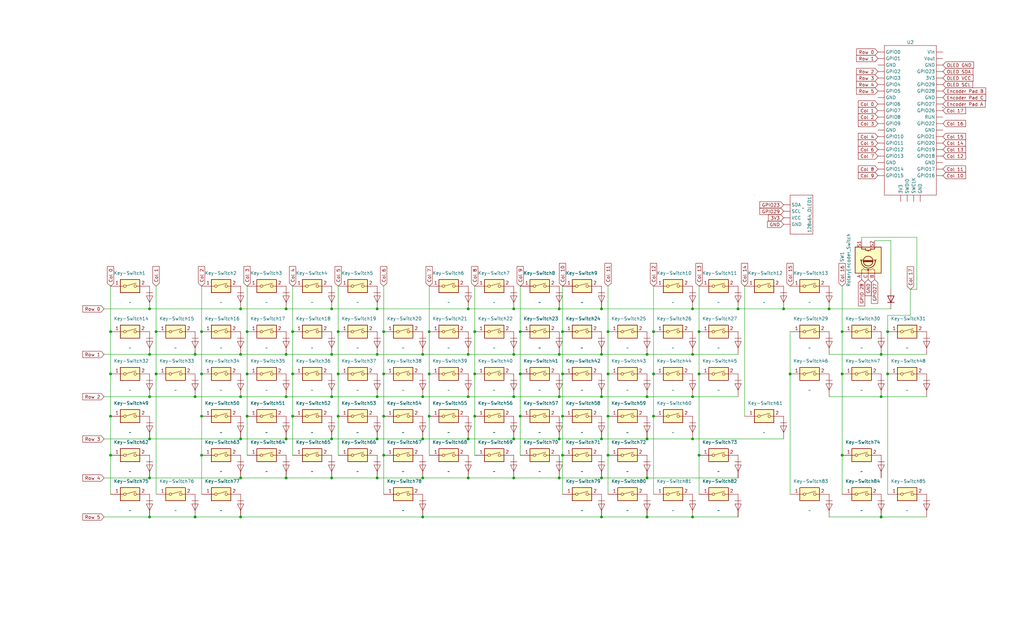
<source format=kicad_sch>
(kicad_sch (version 20230121) (generator eeschema)
  (paper "User" 399.999 250.012)
  (title_block (title "TECOLED") (date "1/11/2024") (rev "v1.0"))
  (lib_symbols
    (symbol "Device:RotaryEncoder_Switch" (pin_names (offset 0.254) hide)
      (property "Reference" "SW" (at 0 6.604 0))
      (property "Value" "RotaryEncoder_Switch" (at 0 -6.604 0))
      (symbol "RotaryEncoder_Switch_0_1"
        (rectangle (start -5.08 5.08) (end 5.08 -5.08) (stroke (width 0.254)) (fill (type background)))
        (circle (center -3.81 0) (radius 0.254) (fill (type outline)))
        (circle (center -0.381 0) (radius 1.905) (stroke (width 0.254)))
        (arc (start -0.381 2.667) (mid -3.0988 -0.0635) (end -0.381 -2.794) (stroke (width 0.254)))
        (polyline (pts (xy -0.635 -1.778) (xy -0.635 1.778)) (stroke (width 0.254)))
        (polyline (pts (xy -0.381 -1.778) (xy -0.381 1.778)) (stroke (width 0.254)))
        (polyline (pts (xy -0.127 1.778) (xy -0.127 -1.778)) (stroke (width 0.254)))
        (polyline (pts (xy 3.81 0) (xy 3.429 0)) (stroke (width 0.254)))
        (polyline (pts (xy 3.81 1.016) (xy 3.81 -1.016)) (stroke (width 0.254)))
        (polyline (pts (xy -5.08 -2.54) (xy -3.81 -2.54) (xy -3.81 -2.032)))
        (polyline (pts (xy -5.08 2.54) (xy -3.81 2.54) (xy -3.81 2.032)))
        (polyline (pts (xy 0.254 -3.048) (xy -0.508 -2.794) (xy 0.127 -2.413)) (stroke (width 0.254)))
        (polyline (pts (xy 0.254 2.921) (xy -0.508 2.667) (xy 0.127 2.286)) (stroke (width 0.254)))
        (polyline (pts (xy 5.08 -2.54) (xy 4.318 -2.54) (xy 4.318 -1.016)) (stroke (width 0.254)))
        (polyline (pts (xy 5.08 2.54) (xy 4.318 2.54) (xy 4.318 1.016)) (stroke (width 0.254)))
        (polyline (pts (xy -5.08 0) (xy -3.81 0) (xy -3.81 -1.016) (xy -3.302 -2.032)))
        (polyline (pts (xy -4.318 0) (xy -3.81 0) (xy -3.81 1.016) (xy -3.302 2.032)))
        (circle (center 4.318 -1.016) (radius 0.127) (stroke (width 0.254)))
        (circle (center 4.318 1.016) (radius 0.127) (stroke (width 0.254)))
      )
      (symbol "RotaryEncoder_Switch_1_1"
        (pin passive line (at -7.62 2.54 0) (length 2.54) (name "A") (number "A"))
        (pin passive line (at -7.62 -2.54 0) (length 2.54) (name "B") (number "B"))
        (pin passive line (at -7.62 0 0) (length 2.54) (name "C") (number "C"))
        (pin passive line (at 7.62 2.54 180) (length 2.54) (name "S1") (number "S1"))
        (pin passive line (at 7.62 -2.54 180) (length 2.54) (name "S2") (number "S2"))
      )
    )
    (symbol "Diode:1N4148" (pin_numbers hide) (pin_names hide)
      (property "Reference" "D" (at 0 2.54 0))
      (property "Value" "1N4148" (at 0 -2.54 0))
      (symbol "1N4148_0_1"
        (polyline (pts (xy -1.27 1.27) (xy -1.27 -1.27)) (stroke (width 0.254)))
        (polyline (pts (xy 1.27 0) (xy -1.27 0)))
        (polyline (pts (xy 1.27 1.27) (xy 1.27 -1.27) (xy -1.27 0) (xy 1.27 1.27)) (stroke (width 0.254)))
      )
      (symbol "1N4148_1_1"
        (pin passive line (at -3.81 0 0) (length 2.54) (name "K") (number "1"))
        (pin passive line (at 3.81 0 180) (length 2.54) (name "A") (number "2"))
      )
    )
    (symbol "Display_Graphic:128x64_oled"
      (property "Reference" "128x64_OLED" (at -6.35 0 90))
      (symbol "128x64_oled_1_1"
        (rectangle (start -8.89 -7.62) (end 0 7.62))
        (rectangle (start 13.97 7.62) (end 13.97 7.62))
        (pin passive line (at 2.54 -3.81 180) (length 2.54) (name "GND") (number ""))
        (pin bidirectional line (at 2.54 1.27 180) (length 2.54) (name "SCL") (number ""))
        (pin bidirectional line (at 2.54 3.81 180) (length 2.54) (name "SDA") (number ""))
        (pin power_in line (at 2.54 -1.27 180) (length 2.54) (name "VCC") (number ""))
      )
    )
    (symbol "MCU_RaspberryPi:rp2040v2"
      (property "Reference" "U" (at -7.62 0 0))
      (symbol "rp2040v2_0_1"
        (rectangle (start -30.48 24.13) (end -10.16 -34.29))
      )
      (symbol "rp2040v2_1_1"
        (pin passive line (at -24.13 -36.83 90) (length 2.54) (name "3V3") (number ""))
        (pin passive line (at -7.62 11.43 180) (length 2.54) (name "3V3") (number ""))
        (pin passive line (at -33.02 -21.59 0) (length 2.54) (name "GND") (number ""))
        (pin passive line (at -33.02 -8.89 0) (length 2.54) (name "GND") (number ""))
        (pin passive line (at -33.02 3.81 0) (length 2.54) (name "GND") (number ""))
        (pin passive line (at -33.02 16.51 0) (length 2.54) (name "GND") (number ""))
        (pin passive line (at -16.51 -36.83 90) (length 2.54) (name "GND") (number ""))
        (pin passive line (at -7.62 -21.59 180) (length 2.54) (name "GND") (number ""))
        (pin passive line (at -7.62 -8.89 180) (length 2.54) (name "GND") (number ""))
        (pin passive line (at -7.62 3.81 180) (length 2.54) (name "GND") (number ""))
        (pin passive line (at -7.62 16.51 180) (length 2.54) (name "GND") (number ""))
        (pin passive line (at -33.02 21.59 0) (length 2.54) (name "GPIO0") (number ""))
        (pin passive line (at -33.02 19.05 0) (length 2.54) (name "GPIO1") (number ""))
        (pin passive line (at -33.02 -11.43 0) (length 2.54) (name "GPIO10") (number ""))
        (pin passive line (at -33.02 -13.97 0) (length 2.54) (name "GPIO11") (number ""))
        (pin passive line (at -33.02 -16.51 0) (length 2.54) (name "GPIO12") (number ""))
        (pin passive line (at -33.02 -19.05 0) (length 2.54) (name "GPIO13") (number ""))
        (pin passive line (at -33.02 -24.13 0) (length 2.54) (name "GPIO14") (number ""))
        (pin passive line (at -33.02 -26.67 0) (length 2.54) (name "GPIO15") (number ""))
        (pin passive line (at -7.62 -26.67 180) (length 2.54) (name "GPIO16") (number ""))
        (pin passive line (at -7.62 -24.13 180) (length 2.54) (name "GPIO17") (number ""))
        (pin passive line (at -7.62 -19.05 180) (length 2.54) (name "GPIO18") (number ""))
        (pin passive line (at -7.62 -16.51 180) (length 2.54) (name "GPIO19") (number ""))
        (pin passive line (at -33.02 13.97 0) (length 2.54) (name "GPIO2") (number ""))
        (pin passive line (at -7.62 -13.97 180) (length 2.54) (name "GPIO20") (number ""))
        (pin passive line (at -7.62 -11.43 180) (length 2.54) (name "GPIO21") (number ""))
        (pin passive line (at -7.62 -6.35 180) (length 2.54) (name "GPIO22") (number ""))
        (pin passive line (at -7.62 13.97 180) (length 2.54) (name "GPIO23") (number ""))
        (pin passive line (at -7.62 -1.27 180) (length 2.54) (name "GPIO26") (number ""))
        (pin passive line (at -7.62 1.27 180) (length 2.54) (name "GPIO27") (number ""))
        (pin passive line (at -7.62 6.35 180) (length 2.54) (name "GPIO28") (number ""))
        (pin passive line (at -7.62 8.89 180) (length 2.54) (name "GPIO29") (number ""))
        (pin passive line (at -33.02 11.43 0) (length 2.54) (name "GPIO3") (number ""))
        (pin passive line (at -33.02 8.89 0) (length 2.54) (name "GPIO4") (number ""))
        (pin passive line (at -33.02 6.35 0) (length 2.54) (name "GPIO5") (number ""))
        (pin passive line (at -33.02 1.27 0) (length 2.54) (name "GPIO6") (number ""))
        (pin passive line (at -33.02 -1.27 0) (length 2.54) (name "GPIO7") (number ""))
        (pin passive line (at -33.02 -3.81 0) (length 2.54) (name "GPIO8") (number ""))
        (pin passive line (at -33.02 -6.35 0) (length 2.54) (name "GPIO9") (number ""))
        (pin passive line (at -7.62 -3.81 180) (length 2.54) (name "RUN") (number ""))
        (pin passive line (at -19.05 -36.83 90) (length 2.54) (name "SWCLK") (number ""))
        (pin passive line (at -21.59 -36.83 90) (length 2.54) (name "SWDID") (number ""))
        (pin passive line (at -7.62 21.59 180) (length 2.54) (name "Vin") (number ""))
        (pin passive line (at -7.62 19.05 180) (length 2.54) (name "Vout") (number ""))
      )
    )
    (symbol "Simulation_SPICE:Key-Switch"
      (property "Reference" "Key-Switch" (at 0 2.54 0))
      (symbol "Key-Switch_0_0"
        (circle (center -2.032 -2.54) (radius 0.508))
        (polyline (pts (xy -1.524 -2.413) (xy 2.3622 -1.3716)))
        (circle (center 2.032 -2.54) (radius 0.508))
      )
      (symbol "Key-Switch_0_1"
        (rectangle (start -3.81 0) (end 3.81 -5.08) (stroke (width 0.254)) (fill (type background)))
        (polyline (pts (xy 7.62 -2.54) (xy 2.54 -2.54) (xy 7.62 -2.54)))
        (polyline (pts (xy 7.62 -2.54) (xy 7.62 -8.89) (xy 6.35 -6.35) (xy 8.89 -6.35) (xy 7.62 -8.89) (xy 7.62 -6.35) (xy 7.62 -5.08) (xy 6.35 -5.08) (xy 8.89 -5.08)))
      )
      (symbol "Key-Switch_1_1"
        (text "1" (at -5.08 -1.27 0) (effects (font (size 1.27 1.27))))
        (text "2" (at 5.08 -1.27 0) (effects (font (size 1.27 1.27))))
        (pin passive line (at 7.62 -11.43 90) (length 2.54) (name "") (number ""))
        (pin passive line (at -7.62 -2.54 0) (length 5.08) (name "~") (number ""))
      )
    )
  )
  (junction (at 237.49 146.05))
  (junction (at 323.85 120.65))
  (junction (at 114.3 129.54))
  (junction (at 132.08 129.54))
  (junction (at 58.42 186.69))
  (junction (at 234.95 201.93))
  (junction (at 60.96 129.54))
  (junction (at 185.42 146.05))
  (junction (at 111.76 171.45))
  (junction (at 234.95 138.43))
  (junction (at 200.66 120.65))
  (junction (at 93.98 154.94))
  (junction (at 114.3 162.56))
  (junction (at 93.98 171.45))
  (junction (at 149.86 146.05))
  (junction (at 60.96 146.05))
  (junction (at 76.2 154.94))
  (junction (at 149.86 177.8))
  (junction (at 185.42 129.54))
  (junction (at 308.61 146.05))
  (junction (at 111.76 120.65))
  (junction (at 252.73 154.94))
  (junction (at 219.71 162.56))
  (junction (at 58.42 201.93))
  (junction (at 346.71 129.54))
  (junction (at 167.64 146.05))
  (junction (at 111.76 186.69))
  (junction (at 328.93 129.54))
  (junction (at 344.17 201.93))
  (junction (at 200.66 154.94))
  (junction (at 200.66 138.43))
  (junction (at 252.73 171.45))
  (junction (at 234.95 154.94))
  (junction (at 288.29 120.65))
  (junction (at 344.17 138.43))
  (junction (at 270.51 138.43))
  (junction (at 234.95 171.45))
  (junction (at 58.42 138.43))
  (junction (at 273.05 146.05))
  (junction (at 182.88 186.69))
  (junction (at 132.08 162.56))
  (junction (at 78.74 162.56))
  (junction (at 270.51 154.94))
  (junction (at 165.1 138.43))
  (junction (at 218.44 154.94))
  (junction (at 182.88 154.94))
  (junction (at 219.71 129.54))
  (junction (at 219.71 146.05))
  (junction (at 182.88 138.43))
  (junction (at 43.18 162.56))
  (junction (at 129.54 171.45))
  (junction (at 149.86 162.56))
  (junction (at 200.66 171.45))
  (junction (at 234.95 120.65))
  (junction (at 78.74 129.54))
  (junction (at 200.66 186.69))
  (junction (at 255.27 146.05))
  (junction (at 182.88 120.65))
  (junction (at 218.44 186.69))
  (junction (at 96.52 146.05))
  (junction (at 218.44 171.45))
  (junction (at 111.76 138.43))
  (junction (at 43.18 177.8))
  (junction (at 96.52 162.56))
  (junction (at 306.07 120.65))
  (junction (at 76.2 201.93))
  (junction (at 165.1 154.94))
  (junction (at 344.17 154.94))
  (junction (at 129.54 154.94))
  (junction (at 182.88 171.45))
  (junction (at 328.93 146.05))
  (junction (at 43.18 146.05))
  (junction (at 132.08 146.05))
  (junction (at 147.32 186.69))
  (junction (at 93.98 201.93))
  (junction (at 129.54 138.43))
  (junction (at 111.76 154.94))
  (junction (at 76.2 138.43))
  (junction (at 273.05 129.54))
  (junction (at 237.49 162.56))
  (junction (at 252.73 201.93))
  (junction (at 185.42 162.56))
  (junction (at 78.74 146.05))
  (junction (at 270.51 171.45))
  (junction (at 58.42 120.65))
  (junction (at 167.64 162.56))
  (junction (at 78.74 177.8))
  (junction (at 270.51 120.65))
  (junction (at 218.44 138.43))
  (junction (at 255.27 129.54))
  (junction (at 165.1 186.69))
  (junction (at 147.32 138.43))
  (junction (at 252.73 138.43))
  (junction (at 237.49 129.54))
  (junction (at 147.32 171.45))
  (junction (at 93.98 120.65))
  (junction (at 167.64 129.54))
  (junction (at 149.86 129.54))
  (junction (at 43.18 129.54))
  (junction (at 165.1 201.93))
  (junction (at 93.98 138.43))
  (junction (at 218.44 120.65))
  (junction (at 58.42 171.45))
  (junction (at 58.42 154.94))
  (junction (at 219.71 177.8))
  (junction (at 203.2 129.54))
  (junction (at 273.05 177.8))
  (junction (at 237.49 177.8))
  (junction (at 346.71 146.05))
  (junction (at 129.54 120.65))
  (junction (at 147.32 120.65))
  (junction (at 96.52 129.54))
  (junction (at 270.51 201.93))
  (junction (at 165.1 171.45))
  (junction (at 234.95 186.69))
  (junction (at 328.93 177.8))
  (junction (at 147.32 154.94))
  (junction (at 129.54 186.69))
  (junction (at 203.2 146.05))
  (junction (at 203.2 162.56))
  (junction (at 93.98 186.69))
  (junction (at 252.73 186.69))
  (junction (at 255.27 162.56))
  (junction (at 114.3 146.05))
  (wire (pts (xy 336.55 92.71) (xy 336.55 93.98)))
  (wire (pts (xy 323.85 201.93) (xy 344.17 201.93)))
  (wire (pts (xy 358.14 92.71) (xy 358.14 113.03)))
  (wire (pts (xy 273.05 111.76) (xy 273.05 129.54)))
  (wire (pts (xy 273.05 146.05) (xy 273.05 177.8)))
  (wire (pts (xy 252.73 138.43) (xy 270.51 138.43)))
  (wire (pts (xy 114.3 162.56) (xy 114.3 177.8)))
  (wire (pts (xy 234.95 186.69) (xy 252.73 186.69)))
  (wire (pts (xy 96.52 111.76) (xy 96.52 129.54)))
  (wire (pts (xy 93.98 138.43) (xy 111.76 138.43)))
  (wire (pts (xy 40.64 154.94) (xy 58.42 154.94)))
  (wire (pts (xy 182.88 171.45) (xy 200.66 171.45)))
  (wire (pts (xy 328.93 177.8) (xy 328.93 193.04)))
  (wire (pts (xy 43.18 111.76) (xy 43.18 129.54)))
  (wire (pts (xy 344.17 138.43) (xy 361.95 138.43)))
  (wire (pts (xy 58.42 120.65) (xy 93.98 120.65)))
  (wire (pts (xy 336.55 92.71) (xy 358.14 92.71)))
  (wire (pts (xy 147.32 138.43) (xy 165.1 138.43)))
  (wire (pts (xy 200.66 120.65) (xy 218.44 120.65)))
  (wire (pts (xy 218.44 154.94) (xy 200.66 154.94)))
  (wire (pts (xy 203.2 162.56) (xy 203.2 177.8)))
  (wire (pts (xy 347.98 113.03) (xy 347.98 93.98)))
  (wire (pts (xy 200.66 186.69) (xy 218.44 186.69)))
  (wire (pts (xy 78.74 146.05) (xy 78.74 162.56)))
  (wire (pts (xy 147.32 154.94) (xy 129.54 154.94)))
  (wire (pts (xy 346.71 146.05) (xy 346.71 193.04)))
  (wire (pts (xy 93.98 171.45) (xy 58.42 171.45)))
  (wire (pts (xy 308.61 146.05) (xy 308.61 193.04)))
  (wire (pts (xy 328.93 111.76) (xy 328.93 129.54)))
  (wire (pts (xy 218.44 120.65) (xy 234.95 120.65)))
  (wire (pts (xy 78.74 111.76) (xy 78.74 129.54)))
  (wire (pts (xy 234.95 171.45) (xy 252.73 171.45)))
  (wire (pts (xy 40.64 138.43) (xy 58.42 138.43)))
  (wire (pts (xy 346.71 129.54) (xy 346.71 146.05)))
  (wire (pts (xy 132.08 129.54) (xy 132.08 146.05)))
  (wire (pts (xy 43.18 177.8) (xy 43.18 193.04)))
  (wire (pts (xy 165.1 201.93) (xy 234.95 201.93)))
  (wire (pts (xy 149.86 162.56) (xy 149.86 177.8)))
  (wire (pts (xy 234.95 154.94) (xy 218.44 154.94)))
  (wire (pts (xy 182.88 154.94) (xy 165.1 154.94)))
  (wire (pts (xy 308.61 129.54) (xy 308.61 146.05)))
  (wire (pts (xy 58.42 154.94) (xy 76.2 154.94)))
  (wire (pts (xy 93.98 154.94) (xy 111.76 154.94)))
  (wire (pts (xy 167.64 111.76) (xy 167.64 129.54)))
  (wire (pts (xy 355.6 123.19) (xy 346.71 123.19)))
  (wire (pts (xy 252.73 201.93) (xy 270.51 201.93)))
  (wire (pts (xy 76.2 154.94) (xy 93.98 154.94)))
  (wire (pts (xy 185.42 146.05) (xy 185.42 162.56)))
  (wire (pts (xy 111.76 138.43) (xy 129.54 138.43)))
  (wire (pts (xy 58.42 201.93) (xy 76.2 201.93)))
  (wire (pts (xy 147.32 120.65) (xy 182.88 120.65)))
  (wire (pts (xy 255.27 146.05) (xy 255.27 162.56)))
  (wire (pts (xy 60.96 111.76) (xy 60.96 129.54)))
  (wire (pts (xy 219.71 129.54) (xy 219.71 146.05)))
  (wire (pts (xy 234.95 201.93) (xy 252.73 201.93)))
  (wire (pts (xy 270.51 201.93) (xy 288.29 201.93)))
  (wire (pts (xy 111.76 154.94) (xy 129.54 154.94)))
  (wire (pts (xy 323.85 154.94) (xy 344.17 154.94)))
  (wire (pts (xy 273.05 177.8) (xy 273.05 193.04)))
  (wire (pts (xy 237.49 146.05) (xy 237.49 162.56)))
  (wire (pts (xy 182.88 120.65) (xy 200.66 120.65)))
  (wire (pts (xy 252.73 154.94) (xy 234.95 154.94)))
  (wire (pts (xy 93.98 186.69) (xy 111.76 186.69)))
  (wire (pts (xy 43.18 146.05) (xy 43.18 162.56)))
  (wire (pts (xy 290.83 111.76) (xy 290.83 162.56)))
  (wire (pts (xy 165.1 171.45) (xy 182.88 171.45)))
  (wire (pts (xy 76.2 138.43) (xy 93.98 138.43)))
  (wire (pts (xy 270.51 154.94) (xy 252.73 154.94)))
  (wire (pts (xy 255.27 162.56) (xy 255.27 193.04)))
  (wire (pts (xy 252.73 186.69) (xy 288.29 186.69)))
  (wire (pts (xy 78.74 162.56) (xy 78.74 177.8)))
  (wire (pts (xy 111.76 186.69) (xy 129.54 186.69)))
  (wire (pts (xy 78.74 129.54) (xy 78.74 146.05)))
  (wire (pts (xy 185.42 129.54) (xy 185.42 146.05)))
  (wire (pts (xy 149.86 177.8) (xy 149.86 193.04)))
  (wire (pts (xy 252.73 171.45) (xy 270.51 171.45)))
  (wire (pts (xy 358.14 113.03) (xy 355.6 113.03)))
  (wire (pts (xy 182.88 186.69) (xy 200.66 186.69)))
  (wire (pts (xy 306.07 120.65) (xy 323.85 120.65)))
  (wire (pts (xy 129.54 138.43) (xy 147.32 138.43)))
  (wire (pts (xy 185.42 111.76) (xy 185.42 129.54)))
  (wire (pts (xy 60.96 146.05) (xy 60.96 193.04)))
  (wire (pts (xy 200.66 171.45) (xy 218.44 171.45)))
  (wire (pts (xy 255.27 111.76) (xy 255.27 129.54)))
  (wire (pts (xy 203.2 129.54) (xy 203.2 146.05)))
  (wire (pts (xy 165.1 138.43) (xy 182.88 138.43)))
  (wire (pts (xy 219.71 111.76) (xy 219.71 129.54)))
  (wire (pts (xy 219.71 177.8) (xy 219.71 193.04)))
  (wire (pts (xy 203.2 111.76) (xy 203.2 129.54)))
  (wire (pts (xy 328.93 146.05) (xy 328.93 177.8)))
  (wire (pts (xy 43.18 129.54) (xy 43.18 146.05)))
  (wire (pts (xy 149.86 111.76) (xy 149.86 129.54)))
  (wire (pts (xy 96.52 162.56) (xy 96.52 177.8)))
  (wire (pts (xy 344.17 201.93) (xy 361.95 201.93)))
  (wire (pts (xy 129.54 186.69) (xy 147.32 186.69)))
  (wire (pts (xy 149.86 146.05) (xy 149.86 162.56)))
  (wire (pts (xy 58.42 186.69) (xy 93.98 186.69)))
  (wire (pts (xy 167.64 146.05) (xy 167.64 162.56)))
  (wire (pts (xy 129.54 171.45) (xy 147.32 171.45)))
  (wire (pts (xy 237.49 111.76) (xy 237.49 129.54)))
  (wire (pts (xy 147.32 171.45) (xy 165.1 171.45)))
  (wire (pts (xy 347.98 93.98) (xy 341.63 93.98)))
  (wire (pts (xy 288.29 154.94) (xy 270.51 154.94)))
  (wire (pts (xy 78.74 177.8) (xy 78.74 193.04)))
  (wire (pts (xy 182.88 138.43) (xy 200.66 138.43)))
  (wire (pts (xy 323.85 138.43) (xy 344.17 138.43)))
  (wire (pts (xy 218.44 138.43) (xy 234.95 138.43)))
  (wire (pts (xy 237.49 129.54) (xy 237.49 146.05)))
  (wire (pts (xy 96.52 129.54) (xy 96.52 146.05)))
  (wire (pts (xy 132.08 111.76) (xy 132.08 129.54)))
  (wire (pts (xy 346.71 123.19) (xy 346.71 129.54)))
  (wire (pts (xy 218.44 171.45) (xy 234.95 171.45)))
  (wire (pts (xy 165.1 186.69) (xy 182.88 186.69)))
  (wire (pts (xy 328.93 129.54) (xy 328.93 146.05)))
  (wire (pts (xy 40.64 186.69) (xy 58.42 186.69)))
  (wire (pts (xy 255.27 129.54) (xy 255.27 146.05)))
  (wire (pts (xy 132.08 146.05) (xy 132.08 162.56)))
  (wire (pts (xy 273.05 129.54) (xy 273.05 146.05)))
  (wire (pts (xy 234.95 138.43) (xy 252.73 138.43)))
  (wire (pts (xy 132.08 162.56) (xy 132.08 177.8)))
  (wire (pts (xy 218.44 186.69) (xy 234.95 186.69)))
  (wire (pts (xy 355.6 123.19) (xy 355.6 113.03)))
  (wire (pts (xy 129.54 120.65) (xy 147.32 120.65)))
  (wire (pts (xy 219.71 146.05) (xy 219.71 162.56)))
  (wire (pts (xy 270.51 138.43) (xy 288.29 138.43)))
  (wire (pts (xy 270.51 171.45) (xy 306.07 171.45)))
  (wire (pts (xy 93.98 201.93) (xy 165.1 201.93)))
  (wire (pts (xy 237.49 177.8) (xy 237.49 193.04)))
  (wire (pts (xy 111.76 171.45) (xy 93.98 171.45)))
  (wire (pts (xy 344.17 154.94) (xy 361.95 154.94)))
  (wire (pts (xy 114.3 111.76) (xy 114.3 129.54)))
  (wire (pts (xy 347.98 120.65) (xy 323.85 120.65)))
  (wire (pts (xy 167.64 162.56) (xy 167.64 177.8)))
  (wire (pts (xy 219.71 162.56) (xy 219.71 177.8)))
  (wire (pts (xy 60.96 129.54) (xy 60.96 146.05)))
  (wire (pts (xy 270.51 120.65) (xy 288.29 120.65)))
  (wire (pts (xy 96.52 146.05) (xy 96.52 162.56)))
  (wire (pts (xy 58.42 138.43) (xy 76.2 138.43)))
  (wire (pts (xy 149.86 129.54) (xy 149.86 146.05)))
  (wire (pts (xy 147.32 186.69) (xy 165.1 186.69)))
  (wire (pts (xy 114.3 146.05) (xy 114.3 162.56)))
  (wire (pts (xy 111.76 120.65) (xy 129.54 120.65)))
  (wire (pts (xy 93.98 120.65) (xy 111.76 120.65)))
  (wire (pts (xy 203.2 146.05) (xy 203.2 162.56)))
  (wire (pts (xy 200.66 154.94) (xy 182.88 154.94)))
  (wire (pts (xy 40.64 201.93) (xy 58.42 201.93)))
  (wire (pts (xy 76.2 201.93) (xy 93.98 201.93)))
  (wire (pts (xy 40.64 120.65) (xy 58.42 120.65)))
  (wire (pts (xy 114.3 129.54) (xy 114.3 146.05)))
  (wire (pts (xy 237.49 162.56) (xy 237.49 177.8)))
  (wire (pts (xy 234.95 120.65) (xy 270.51 120.65)))
  (wire (pts (xy 165.1 154.94) (xy 147.32 154.94)))
  (wire (pts (xy 288.29 120.65) (xy 306.07 120.65)))
  (wire (pts (xy 167.64 129.54) (xy 167.64 146.05)))
  (wire (pts (xy 129.54 171.45) (xy 111.76 171.45)))
  (wire (pts (xy 43.18 162.56) (xy 43.18 177.8)))
  (wire (pts (xy 76.2 137.16) (xy 76.2 138.43)))
  (wire (pts (xy 40.64 171.45) (xy 58.42 171.45)))
  (wire (pts (xy 200.66 138.43) (xy 218.44 138.43)))
  (wire (pts (xy 185.42 162.56) (xy 185.42 177.8)))
  (global_label "Row 0" (shape input) (at 40.64 120.65 180) (property "Intersheetrefs" "${INTERSHEET_REFS}" (effects hide)))
  (global_label "Encoder Pad B" (shape input) (at 368.3 35.56 0) (property "Intersheetrefs" "${INTERSHEET_REFS}" (effects hide)))
  (global_label "GND" (shape input) (at 306.07 87.63 180) (property "Intersheetrefs" "${INTERSHEET_REFS}" (effects hide)))
  (global_label "Col 13" (shape input) (at 368.3 58.42 0) (property "Intersheetrefs" "${INTERSHEET_REFS}" (effects hide)))
  (global_label "Col 3" (shape input) (at 96.52 111.76 90) (property "Intersheetrefs" "${INTERSHEET_REFS}" (effects hide)))
  (global_label "Col 16" (shape input) (at 328.93 111.76 90) (property "Intersheetrefs" "${INTERSHEET_REFS}" (effects hide)))
  (global_label "Col 6" (shape input) (at 149.86 111.76 90) (property "Intersheetrefs" "${INTERSHEET_REFS}" (effects hide)))
  (global_label "Col 10" (shape input) (at 219.71 111.76 90) (property "Intersheetrefs" "${INTERSHEET_REFS}" (effects hide)))
  (global_label "Col 7" (shape input) (at 342.9 60.96 180) (property "Intersheetrefs" "${INTERSHEET_REFS}" (effects hide)))
  (global_label "Row 2" (shape input) (at 342.9 27.94 180) (property "Intersheetrefs" "${INTERSHEET_REFS}" (effects hide)))
  (global_label "Row 1" (shape input) (at 40.64 138.43 180) (property "Intersheetrefs" "${INTERSHEET_REFS}" (effects hide)))
  (global_label "Col 15" (shape input) (at 308.61 111.76 90) (property "Intersheetrefs" "${INTERSHEET_REFS}" (effects hide)))
  (global_label "Col 14" (shape input) (at 290.83 111.76 90) (property "Intersheetrefs" "${INTERSHEET_REFS}" (effects hide)))
  (global_label "Col 5" (shape input) (at 342.9 55.88 180) (property "Intersheetrefs" "${INTERSHEET_REFS}" (effects hide)))
  (global_label "Col 11" (shape input) (at 237.49 111.76 90) (property "Intersheetrefs" "${INTERSHEET_REFS}" (effects hide)))
  (global_label "GND" (shape input) (at 339.09 109.22 270) (property "Intersheetrefs" "${INTERSHEET_REFS}" (effects hide)))
  (global_label "Col 13" (shape input) (at 273.05 111.76 90) (property "Intersheetrefs" "${INTERSHEET_REFS}" (effects hide)))
  (global_label "Encoder Pad C" (shape input) (at 368.3 38.1 0) (property "Intersheetrefs" "${INTERSHEET_REFS}" (effects hide)))
  (global_label "Col 17" (shape input) (at 368.3 43.18 0) (property "Intersheetrefs" "${INTERSHEET_REFS}" (effects hide)))
  (global_label "GPIO23" (shape input) (at 306.07 80.01 180) (property "Intersheetrefs" "${INTERSHEET_REFS}" (effects hide)))
  (global_label "Col 8" (shape input) (at 185.42 111.76 90) (property "Intersheetrefs" "${INTERSHEET_REFS}" (effects hide)))
  (global_label "Col 6" (shape input) (at 342.9 58.42 180) (property "Intersheetrefs" "${INTERSHEET_REFS}" (effects hide)))
  (global_label "Col 12" (shape input) (at 255.27 111.76 90) (property "Intersheetrefs" "${INTERSHEET_REFS}" (effects hide)))
  (global_label "Row 2" (shape input) (at 40.64 154.94 180) (property "Intersheetrefs" "${INTERSHEET_REFS}" (effects hide)))
  (global_label "Col 7" (shape input) (at 167.64 111.76 90) (property "Intersheetrefs" "${INTERSHEET_REFS}" (effects hide)))
  (global_label "Col 9" (shape input) (at 342.9 68.58 180) (property "Intersheetrefs" "${INTERSHEET_REFS}" (effects hide)))
  (global_label "Col 10" (shape input) (at 368.3 68.58 0) (property "Intersheetrefs" "${INTERSHEET_REFS}" (effects hide)))
  (global_label "Row 3" (shape input) (at 40.64 171.45 180) (property "Intersheetrefs" "${INTERSHEET_REFS}" (effects hide)))
  (global_label "Col 1" (shape input) (at 60.96 111.76 90) (property "Intersheetrefs" "${INTERSHEET_REFS}" (effects hide)))
  (global_label "Col 1" (shape input) (at 342.9 43.18 180) (property "Intersheetrefs" "${INTERSHEET_REFS}" (effects hide)))
  (global_label "Row 5" (shape input) (at 342.9 35.56 180) (property "Intersheetrefs" "${INTERSHEET_REFS}" (effects hide)))
  (global_label "GPIO27" (shape input) (at 341.63 109.22 270) (property "Intersheetrefs" "${INTERSHEET_REFS}" (effects hide)))
  (global_label "OLED SDA" (shape input) (at 368.3 27.94 0) (property "Intersheetrefs" "${INTERSHEET_REFS}" (effects hide)))
  (global_label "3V3" (shape input) (at 306.07 85.09 180) (property "Intersheetrefs" "${INTERSHEET_REFS}" (effects hide)))
  (global_label "GPIO29" (shape input) (at 306.07 82.55 180) (property "Intersheetrefs" "${INTERSHEET_REFS}" (effects hide)))
  (global_label "Col 8" (shape input) (at 342.9 66.04 180) (property "Intersheetrefs" "${INTERSHEET_REFS}" (effects hide)))
  (global_label "Col 0" (shape input) (at 43.18 111.76 90) (property "Intersheetrefs" "${INTERSHEET_REFS}" (effects hide)))
  (global_label "Row 4" (shape input) (at 40.64 186.69 180) (property "Intersheetrefs" "${INTERSHEET_REFS}" (effects hide)))
  (global_label "Col 3" (shape input) (at 342.9 48.26 180) (property "Intersheetrefs" "${INTERSHEET_REFS}" (effects hide)))
  (global_label "Col 4" (shape input) (at 342.9 53.34 180) (property "Intersheetrefs" "${INTERSHEET_REFS}" (effects hide)))
  (global_label "Col 12" (shape input) (at 368.3 60.96 0) (property "Intersheetrefs" "${INTERSHEET_REFS}" (effects hide)))
  (global_label "OLED GND" (shape input) (at 368.3 25.4 0) (property "Intersheetrefs" "${INTERSHEET_REFS}" (effects hide)))
  (global_label "Col 14" (shape input) (at 368.3 55.88 0) (property "Intersheetrefs" "${INTERSHEET_REFS}" (effects hide)))
  (global_label "Col 2" (shape input) (at 78.74 111.76 90) (property "Intersheetrefs" "${INTERSHEET_REFS}" (effects hide)))
  (global_label "Col 15" (shape input) (at 368.3 53.34 0) (property "Intersheetrefs" "${INTERSHEET_REFS}" (effects hide)))
  (global_label "Col 4" (shape input) (at 114.3 111.76 90) (property "Intersheetrefs" "${INTERSHEET_REFS}" (effects hide)))
  (global_label "Row 5" (shape input) (at 40.64 201.93 180) (property "Intersheetrefs" "${INTERSHEET_REFS}" (effects hide)))
  (global_label "OLED VCC" (shape input) (at 368.3 30.48 0) (property "Intersheetrefs" "${INTERSHEET_REFS}" (effects hide)))
  (global_label "Col 5" (shape input) (at 132.08 111.76 90) (property "Intersheetrefs" "${INTERSHEET_REFS}" (effects hide)))
  (global_label "Row 1" (shape input) (at 342.9 22.86 180) (property "Intersheetrefs" "${INTERSHEET_REFS}" (effects hide)))
  (global_label "Col 2" (shape input) (at 342.9 45.72 180) (property "Intersheetrefs" "${INTERSHEET_REFS}" (effects hide)))
  (global_label "Row 4" (shape input) (at 342.9 33.02 180) (property "Intersheetrefs" "${INTERSHEET_REFS}" (effects hide)))
  (global_label "GPIO 28" (shape input) (at 336.55 109.22 270) (property "Intersheetrefs" "${INTERSHEET_REFS}" (effects hide)))
  (global_label "Col 17" (shape input) (at 355.6 113.03 90) (property "Intersheetrefs" "${INTERSHEET_REFS}" (effects hide)))
  (global_label "Encoder Pad A" (shape input) (at 368.3 40.64 0) (property "Intersheetrefs" "${INTERSHEET_REFS}" (effects hide)))
  (global_label "Col 11" (shape input) (at 368.3 66.04 0) (property "Intersheetrefs" "${INTERSHEET_REFS}" (effects hide)))
  (global_label "Col 16" (shape input) (at 368.3 48.26 0) (property "Intersheetrefs" "${INTERSHEET_REFS}" (effects hide)))
  (global_label "Row 3" (shape input) (at 342.9 30.48 180) (property "Intersheetrefs" "${INTERSHEET_REFS}" (effects hide)))
  (global_label "Col 9" (shape input) (at 203.2 111.76 90) (property "Intersheetrefs" "${INTERSHEET_REFS}" (effects hide)))
  (global_label "Row 0" (shape input) (at 342.9 20.32 180) (property "Intersheetrefs" "${INTERSHEET_REFS}" (effects hide)))
  (global_label "Col 0" (shape input) (at 342.9 40.64 180) (property "Intersheetrefs" "${INTERSHEET_REFS}" (effects hide)))
  (global_label "OLED SCL" (shape input) (at 368.3 33.02 0) (property "Intersheetrefs" "${INTERSHEET_REFS}" (effects hide)))
  (symbol (lib_id "Simulation_SPICE:Key-Switch") (at 86.36 127 0) (unit 1)
    (property "Reference" "Key-Switch16" (at 80.01 124.46 0) (effects (justify left)))
    (property "Value" "~" (at 86.36 135.89 0))
  )
  (symbol (lib_id "Simulation_SPICE:Key-Switch") (at 86.36 160.02 0) (unit 1)
    (property "Reference" "Key-Switch50" (at 80.01 157.48 0) (effects (justify left)))
    (property "Value" "~" (at 86.36 168.91 0))
  )
  (symbol (lib_id "Simulation_SPICE:Key-Switch") (at 193.04 160.02 0) (unit 1)
    (property "Reference" "Key-Switch56" (at 186.69 157.48 0) (effects (justify left)))
    (property "Value" "~" (at 193.04 168.91 0))
  )
  (symbol (lib_id "Simulation_SPICE:Key-Switch") (at 280.67 109.22 0) (unit 1)
    (property "Reference" "Key-Switch11" (at 274.32 106.68 0) (effects (justify left)))
    (property "Value" "~" (at 280.67 118.11 0))
  )
  (symbol (lib_id "Simulation_SPICE:Key-Switch") (at 262.89 190.5 0) (unit 1)
    (property "Reference" "Key-Switch81" (at 256.54 187.96 0) (effects (justify left)))
    (property "Value" "~" (at 262.89 199.39 0))
  )
  (symbol (lib_id "Simulation_SPICE:Key-Switch") (at 104.14 175.26 0) (unit 1)
    (property "Reference" "Key-Switch64" (at 97.79 172.72 0) (effects (justify left)))
    (property "Value" "~" (at 104.14 184.15 0))
  )
  (symbol (lib_id "Simulation_SPICE:Key-Switch") (at 245.11 160.02 0) (unit 1)
    (property "Reference" "Key-Switch59" (at 238.76 157.48 0) (effects (justify left)))
    (property "Value" "~" (at 245.11 168.91 0))
  )
  (symbol (lib_id "Simulation_SPICE:Key-Switch") (at 354.33 143.51 0) (unit 1)
    (property "Reference" "Key-Switch48" (at 347.98 140.97 0) (effects (justify left)))
    (property "Value" "~" (at 354.33 152.4 0))
  )
  (symbol (lib_id "Simulation_SPICE:Key-Switch") (at 104.14 127 0) (unit 1)
    (property "Reference" "Key-Switch17" (at 97.79 124.46 0) (effects (justify left)))
    (property "Value" "~" (at 104.14 135.89 0))
  )
  (symbol (lib_id "Simulation_SPICE:Key-Switch") (at 175.26 127 0) (unit 1)
    (property "Reference" "Key-Switch21" (at 168.91 124.46 0) (effects (justify left)))
    (property "Value" "~" (at 175.26 135.89 0))
  )
  (symbol (lib_id "Simulation_SPICE:Key-Switch") (at 193.04 109.22 0) (unit 1)
    (property "Reference" "Key-Switch7" (at 186.69 106.68 0) (effects (justify left)))
    (property "Value" "~" (at 193.04 118.11 0))
  )
  (symbol (lib_id "Simulation_SPICE:Key-Switch") (at 354.33 190.5 0) (unit 1)
    (property "Reference" "Key-Switch85" (at 347.98 187.96 0) (effects (justify left)))
    (property "Value" "~" (at 354.33 199.39 0))
  )
  (symbol (lib_id "Simulation_SPICE:Key-Switch") (at 50.8 175.26 0) (unit 1)
    (property "Reference" "Key-Switch62" (at 44.45 172.72 0) (effects (justify left)))
    (property "Value" "~" (at 50.8 184.15 0))
  )
  (symbol (lib_id "Simulation_SPICE:Key-Switch") (at 245.11 175.26 0) (unit 1)
    (property "Reference" "Key-Switch72" (at 238.76 172.72 0) (effects (justify left)))
    (property "Value" "~" (at 245.11 184.15 0))
  )
  (symbol (lib_id "Display_Graphic:128x64_oled") (at 308.61 83.82 0) (mirror y) (unit 1)
    (property "Reference" "128x64_OLED1" (at 316.23 83.82 90))
    (property "Value" "~" (at 313.69 81.28 0))
  )
  (symbol (lib_id "Simulation_SPICE:Key-Switch") (at 262.89 109.22 0) (unit 1)
    (property "Reference" "Key-Switch10" (at 256.54 106.68 0) (effects (justify left)))
    (property "Value" "~" (at 262.89 118.11 0))
  )
  (symbol (lib_id "Simulation_SPICE:Key-Switch") (at 139.7 109.22 0) (unit 1)
    (property "Reference" "Key-Switch5" (at 133.35 106.68 0) (effects (justify left)))
    (property "Value" "~" (at 139.7 118.11 0))
  )
  (symbol (lib_id "Simulation_SPICE:Key-Switch") (at 50.8 109.22 0) (unit 1)
    (property "Reference" "Key-Switch1" (at 44.45 106.68 0) (effects (justify left)))
    (property "Value" "~" (at 50.8 118.11 0))
  )
  (symbol (lib_id "Simulation_SPICE:Key-Switch") (at 245.11 127 0) (unit 1)
    (property "Reference" "Key-Switch25" (at 238.76 124.46 0) (effects (justify left)))
    (property "Value" "~" (at 245.11 135.89 0))
  )
  (symbol (lib_id "Simulation_SPICE:Key-Switch") (at 50.8 160.02 0) (unit 1)
    (property "Reference" "Key-Switch49" (at 44.45 157.48 0) (effects (justify left)))
    (property "Value" "~" (at 50.8 168.91 0))
  )
  (symbol (lib_id "Simulation_SPICE:Key-Switch") (at 280.67 175.26 0) (unit 1)
    (property "Reference" "Key-Switch73" (at 274.32 172.72 0) (effects (justify left)))
    (property "Value" "~" (at 280.67 184.15 0))
  )
  (symbol (lib_id "Simulation_SPICE:Key-Switch") (at 262.89 143.51 0) (unit 1)
    (property "Reference" "Key-Switch44" (at 256.54 140.97 0) (effects (justify left)))
    (property "Value" "~" (at 262.89 152.4 0))
  )
  (symbol (lib_id "Simulation_SPICE:Key-Switch") (at 227.33 160.02 0) (unit 1)
    (property "Reference" "Key-Switch58" (at 220.98 157.48 0) (effects (justify left)))
    (property "Value" "~" (at 227.33 168.91 0))
  )
  (symbol (lib_id "Simulation_SPICE:Key-Switch") (at 86.36 143.51 0) (unit 1)
    (property "Reference" "Key-Switch34" (at 80.01 140.97 0) (effects (justify left)))
    (property "Value" "~" (at 86.36 152.4 0))
  )
  (symbol (lib_id "Simulation_SPICE:Key-Switch") (at 139.7 127 0) (unit 1)
    (property "Reference" "Key-Switch19" (at 133.35 124.46 0) (effects (justify left)))
    (property "Value" "~" (at 139.7 135.89 0))
  )
  (symbol (lib_id "Simulation_SPICE:Key-Switch") (at 227.33 190.5 0) (unit 1)
    (property "Reference" "Key-Switch79" (at 220.98 187.96 0) (effects (justify left)))
    (property "Value" "~" (at 227.33 199.39 0))
  )
  (symbol (lib_id "Simulation_SPICE:Key-Switch") (at 121.92 127 0) (unit 1)
    (property "Reference" "Key-Switch18" (at 115.57 124.46 0) (effects (justify left)))
    (property "Value" "~" (at 121.92 135.89 0))
  )
  (symbol (lib_id "Simulation_SPICE:Key-Switch") (at 157.48 160.02 0) (unit 1)
    (property "Reference" "Key-Switch54" (at 151.13 157.48 0) (effects (justify left)))
    (property "Value" "~" (at 157.48 168.91 0))
  )
  (symbol (lib_id "Simulation_SPICE:Key-Switch") (at 227.33 143.51 0) (unit 1)
    (property "Reference" "Key-Switch42" (at 220.98 140.97 0) (effects (justify left)))
    (property "Value" "~" (at 227.33 152.4 0))
  )
  (symbol (lib_id "Simulation_SPICE:Key-Switch") (at 157.48 127 0) (unit 1)
    (property "Reference" "Key-Switch20" (at 151.13 124.46 0) (effects (justify left)))
    (property "Value" "~" (at 157.48 135.89 0))
  )
  (symbol (lib_id "Simulation_SPICE:Key-Switch") (at 193.04 175.26 0) (unit 1)
    (property "Reference" "Key-Switch69" (at 186.69 172.72 0) (effects (justify left)))
    (property "Value" "~" (at 193.04 184.15 0))
  )
  (symbol (lib_id "Simulation_SPICE:Key-Switch") (at 104.14 160.02 0) (unit 1)
    (property "Reference" "Key-Switch51" (at 97.79 157.48 0) (effects (justify left)))
    (property "Value" "~" (at 104.14 168.91 0))
  )
  (symbol (lib_id "Simulation_SPICE:Key-Switch") (at 336.55 127 0) (unit 1)
    (property "Reference" "Key-Switch30" (at 330.2 124.46 0) (effects (justify left)))
    (property "Value" "~" (at 336.55 135.89 0))
  )
  (symbol (lib_id "Diode:1N4148") (at 347.98 116.84 90) (unit 1)
    (property "Reference" "D1" (effects hide))
    (property "Value" "1N4148" (effects hide))
    (property "Footprint" "Diode_THT:D_DO-35_SOD27_P7.62mm_Horizontal" (effects hide))
    (property "Datasheet" "https://assets.nexperia.com/documents/data-sheet/1N4148_1N4448.pdf" (effects hide))
    (property "Sim.Device" "D" (effects hide))
    (property "Sim.Pins" "1=K 2=A" (effects hide))
  )
  (symbol (lib_id "Simulation_SPICE:Key-Switch") (at 210.82 127 0) (unit 1)
    (property "Reference" "Key-Switch23" (at 204.47 124.46 0) (effects (justify left)))
    (property "Value" "~" (at 210.82 135.89 0))
  )
  (symbol (lib_id "Simulation_SPICE:Key-Switch") (at 139.7 175.26 0) (unit 1)
    (property "Reference" "Key-Switch66" (at 133.35 172.72 0) (effects (justify left)))
    (property "Value" "~" (at 139.7 184.15 0))
  )
  (symbol (lib_id "Device:RotaryEncoder_Switch") (at 339.09 101.6 90) (unit 1)
    (property "Reference" "SW1" (at 328.93 100.33 0))
    (property "Value" "RotaryEncoder_Switch" (at 331.47 101.6 0))
  )
  (symbol (lib_id "Simulation_SPICE:Key-Switch") (at 86.36 175.26 0) (unit 1)
    (property "Reference" "Key-Switch63" (at 80.01 172.72 0) (effects (justify left)))
    (property "Value" "~" (at 86.36 184.15 0))
  )
  (symbol (lib_id "Simulation_SPICE:Key-Switch") (at 262.89 127 0) (unit 1)
    (property "Reference" "Key-Switch26" (at 256.54 124.46 0) (effects (justify left)))
    (property "Value" "~" (at 262.89 135.89 0))
  )
  (symbol (lib_id "Simulation_SPICE:Key-Switch") (at 316.23 109.22 0) (unit 1)
    (property "Reference" "Key-Switch13" (at 309.88 106.68 0) (effects (justify left)))
    (property "Value" "~" (at 316.23 118.11 0))
  )
  (symbol (lib_id "Simulation_SPICE:Key-Switch") (at 210.82 160.02 0) (unit 1)
    (property "Reference" "Key-Switch57" (at 204.47 157.48 0) (effects (justify left)))
    (property "Value" "~" (at 210.82 168.91 0))
  )
  (symbol (lib_id "Simulation_SPICE:Key-Switch") (at 227.33 127 0) (unit 1)
    (property "Reference" "Key-Switch24" (at 220.98 124.46 0) (effects (justify left)))
    (property "Value" "~" (at 227.33 135.89 0))
  )
  (symbol (lib_id "Simulation_SPICE:Key-Switch") (at 354.33 127 0) (unit 1)
    (property "Reference" "Key-Switch31" (at 347.98 124.46 0) (effects (justify left)))
    (property "Value" "~" (at 354.33 135.89 0))
  )
  (symbol (lib_id "Simulation_SPICE:Key-Switch") (at 316.23 190.5 0) (unit 1)
    (property "Reference" "Key-Switch83" (at 309.88 187.96 0) (effects (justify left)))
    (property "Value" "~" (at 316.23 199.39 0))
  )
  (symbol (lib_id "Simulation_SPICE:Key-Switch") (at 262.89 160.02 0) (unit 1)
    (property "Reference" "Key-Switch60" (at 256.54 157.48 0) (effects (justify left)))
    (property "Value" "~" (at 262.89 168.91 0))
  )
  (symbol (lib_id "Simulation_SPICE:Key-Switch") (at 50.8 190.5 0) (unit 1)
    (property "Reference" "Key-Switch75" (at 44.45 187.96 0) (effects (justify left)))
    (property "Value" "~" (at 50.8 199.39 0))
  )
  (symbol (lib_id "Simulation_SPICE:Key-Switch") (at 68.58 127 0) (unit 1)
    (property "Reference" "Key-Switch15" (at 62.23 124.46 0) (effects (justify left)))
    (property "Value" "~" (at 68.58 135.89 0))
  )
  (symbol (lib_id "Simulation_SPICE:Key-Switch") (at 210.82 109.22 0) (unit 1)
    (property "Reference" "Key-Switch8" (at 204.47 106.68 0) (effects (justify left)))
    (property "Value" "~" (at 210.82 118.11 0))
  )
  (symbol (lib_id "Simulation_SPICE:Key-Switch") (at 316.23 127 0) (unit 1)
    (property "Reference" "Key-Switch29" (at 309.88 124.46 0) (effects (justify left)))
    (property "Value" "~" (at 316.23 135.89 0))
  )
  (symbol (lib_id "Simulation_SPICE:Key-Switch") (at 298.45 160.02 0) (unit 1)
    (property "Reference" "Key-Switch61" (at 292.1 157.48 0) (effects (justify left)))
    (property "Value" "~" (at 298.45 168.91 0))
  )
  (symbol (lib_id "MCU_RaspberryPi:rp2040v2") (at 375.92 41.91 0) (unit 1)
    (property "Reference" "U2" (at 355.6 16.51 0))
    (property "Value" "~" (at 368.3 41.91 0))
  )
  (symbol (lib_id "Simulation_SPICE:Key-Switch") (at 336.55 143.51 0) (unit 1)
    (property "Reference" "Key-Switch47" (at 330.2 140.97 0) (effects (justify left)))
    (property "Value" "~" (at 336.55 152.4 0))
  )
  (symbol (lib_id "Simulation_SPICE:Key-Switch") (at 280.67 127 0) (unit 1)
    (property "Reference" "Key-Switch27" (at 274.32 124.46 0) (effects (justify left)))
    (property "Value" "~" (at 280.67 135.89 0))
  )
  (symbol (lib_id "Simulation_SPICE:Key-Switch") (at 121.92 143.51 0) (unit 1)
    (property "Reference" "Key-Switch36" (at 115.57 140.97 0) (effects (justify left)))
    (property "Value" "~" (at 121.92 152.4 0))
  )
  (symbol (lib_id "Simulation_SPICE:Key-Switch") (at 193.04 143.51 0) (unit 1)
    (property "Reference" "Key-Switch40" (at 186.69 140.97 0) (effects (justify left)))
    (property "Value" "~" (at 193.04 152.4 0))
  )
  (symbol (lib_id "Simulation_SPICE:Key-Switch") (at 280.67 143.51 0) (unit 1)
    (property "Reference" "Key-Switch45" (at 274.32 140.97 0) (effects (justify left)))
    (property "Value" "~" (at 280.67 152.4 0))
  )
  (symbol (lib_id "Simulation_SPICE:Key-Switch") (at 227.33 109.22 0) (unit 1)
    (property "Reference" "Key-Switch9" (at 220.98 106.68 0) (effects (justify left)))
    (property "Value" "~" (at 227.33 118.11 0))
  )
  (symbol (lib_id "Simulation_SPICE:Key-Switch") (at 227.33 175.26 0) (unit 1)
    (property "Reference" "Key-Switch71" (at 220.98 172.72 0) (effects (justify left)))
    (property "Value" "~" (at 227.33 184.15 0))
  )
  (symbol (lib_id "Simulation_SPICE:Key-Switch") (at 139.7 143.51 0) (unit 1)
    (property "Reference" "Key-Switch37" (at 133.35 140.97 0) (effects (justify left)))
    (property "Value" "~" (at 139.7 152.4 0))
  )
  (symbol (lib_id "Simulation_SPICE:Key-Switch") (at 50.8 143.51 0) (unit 1)
    (property "Reference" "Key-Switch32" (at 44.45 140.97 0) (effects (justify left)))
    (property "Value" "~" (at 50.8 152.4 0))
  )
  (symbol (lib_id "Simulation_SPICE:Key-Switch") (at 121.92 160.02 0) (unit 1)
    (property "Reference" "Key-Switch52" (at 115.57 157.48 0) (effects (justify left)))
    (property "Value" "~" (at 121.92 168.91 0))
  )
  (symbol (lib_id "Simulation_SPICE:Key-Switch") (at 121.92 175.26 0) (unit 1)
    (property "Reference" "Key-Switch65" (at 115.57 172.72 0) (effects (justify left)))
    (property "Value" "~" (at 121.92 184.15 0))
  )
  (symbol (lib_id "Simulation_SPICE:Key-Switch") (at 210.82 175.26 0) (unit 1)
    (property "Reference" "Key-Switch70" (at 204.47 172.72 0) (effects (justify left)))
    (property "Value" "~" (at 210.82 184.15 0))
  )
  (symbol (lib_id "Simulation_SPICE:Key-Switch") (at 280.67 190.5 0) (unit 1)
    (property "Reference" "Key-Switch82" (at 274.32 187.96 0) (effects (justify left)))
    (property "Value" "~" (at 280.67 199.39 0))
  )
  (symbol (lib_id "Simulation_SPICE:Key-Switch") (at 104.14 109.22 0) (unit 1)
    (property "Reference" "Key-Switch3" (at 97.79 106.68 0) (effects (justify left)))
    (property "Value" "~" (at 104.14 118.11 0))
  )
  (symbol (lib_id "Simulation_SPICE:Key-Switch") (at 193.04 127 0) (unit 1)
    (property "Reference" "Key-Switch22" (at 186.69 124.46 0) (effects (justify left)))
    (property "Value" "~" (at 193.04 135.89 0))
  )
  (symbol (lib_id "Simulation_SPICE:Key-Switch") (at 175.26 175.26 0) (unit 1)
    (property "Reference" "Key-Switch68" (at 168.91 172.72 0) (effects (justify left)))
    (property "Value" "~" (at 175.26 184.15 0))
  )
  (symbol (lib_id "Simulation_SPICE:Key-Switch") (at 245.11 143.51 0) (unit 1)
    (property "Reference" "Key-Switch43" (at 238.76 140.97 0) (effects (justify left)))
    (property "Value" "~" (at 245.11 152.4 0))
  )
  (symbol (lib_id "Simulation_SPICE:Key-Switch") (at 210.82 143.51 0) (unit 1)
    (property "Reference" "Key-Switch41" (at 204.47 140.97 0) (effects (justify left)))
    (property "Value" "~" (at 210.82 152.4 0))
  )
  (symbol (lib_id "Simulation_SPICE:Key-Switch") (at 139.7 160.02 0) (unit 1)
    (property "Reference" "Key-Switch53" (at 133.35 157.48 0) (effects (justify left)))
    (property "Value" "~" (at 139.7 168.91 0))
  )
  (symbol (lib_id "Simulation_SPICE:Key-Switch") (at 336.55 175.26 0) (unit 1)
    (property "Reference" "Key-Switch74" (at 330.2 172.72 0) (effects (justify left)))
    (property "Value" "~" (at 336.55 184.15 0))
  )
  (symbol (lib_id "Simulation_SPICE:Key-Switch") (at 157.48 190.5 0) (unit 1)
    (property "Reference" "Key-Switch78" (at 151.13 187.96 0) (effects (justify left)))
    (property "Value" "~" (at 157.48 199.39 0))
  )
  (symbol (lib_id "Simulation_SPICE:Key-Switch") (at 245.11 190.5 0) (unit 1)
    (property "Reference" "Key-Switch80" (at 238.76 187.96 0) (effects (justify left)))
    (property "Value" "~" (at 245.11 199.39 0))
  )
  (symbol (lib_id "Simulation_SPICE:Key-Switch") (at 175.26 160.02 0) (unit 1)
    (property "Reference" "Key-Switch55" (at 168.91 157.48 0) (effects (justify left)))
    (property "Value" "~" (at 175.26 168.91 0))
  )
  (symbol (lib_id "Simulation_SPICE:Key-Switch") (at 157.48 175.26 0) (unit 1)
    (property "Reference" "Key-Switch67" (at 151.13 172.72 0) (effects (justify left)))
    (property "Value" "~" (at 157.48 184.15 0))
  )
  (symbol (lib_id "Simulation_SPICE:Key-Switch") (at 104.14 143.51 0) (unit 1)
    (property "Reference" "Key-Switch35" (at 97.79 140.97 0) (effects (justify left)))
    (property "Value" "~" (at 104.14 152.4 0))
  )
  (symbol (lib_id "Simulation_SPICE:Key-Switch") (at 86.36 109.22 0) (unit 1)
    (property "Reference" "Key-Switch2" (at 80.01 106.68 0) (effects (justify left)))
    (property "Value" "~" (at 86.36 118.11 0))
  )
  (symbol (lib_id "Simulation_SPICE:Key-Switch") (at 50.8 127 0) (unit 1)
    (property "Reference" "Key-Switch14" (at 44.45 124.46 0) (effects (justify left)))
    (property "Value" "~" (at 50.8 135.89 0))
  )
  (symbol (lib_id "Simulation_SPICE:Key-Switch") (at 175.26 109.22 0) (unit 1)
    (property "Reference" "Key-Switch6" (at 168.91 106.68 0) (effects (justify left)))
    (property "Value" "~" (at 175.26 118.11 0))
  )
  (symbol (lib_id "Simulation_SPICE:Key-Switch") (at 316.23 143.51 0) (unit 1)
    (property "Reference" "Key-Switch46" (at 309.88 140.97 0) (effects (justify left)))
    (property "Value" "~" (at 316.23 152.4 0))
  )
  (symbol (lib_id "Simulation_SPICE:Key-Switch") (at 336.55 190.5 0) (unit 1)
    (property "Reference" "Key-Switch84" (at 330.2 187.96 0) (effects (justify left)))
    (property "Value" "~" (at 336.55 199.39 0))
  )
  (symbol (lib_id "Simulation_SPICE:Key-Switch") (at 86.36 190.5 0) (unit 1)
    (property "Reference" "Key-Switch77" (at 80.01 187.96 0) (effects (justify left)))
    (property "Value" "~" (at 86.36 199.39 0))
  )
  (symbol (lib_id "Simulation_SPICE:Key-Switch") (at 298.45 109.22 0) (unit 1)
    (property "Reference" "Key-Switch12" (at 292.1 106.68 0) (effects (justify left)))
    (property "Value" "~" (at 298.45 118.11 0))
  )
  (symbol (lib_id "Simulation_SPICE:Key-Switch") (at 121.92 109.22 0) (unit 1)
    (property "Reference" "Key-Switch4" (at 115.57 106.68 0) (effects (justify left)))
    (property "Value" "~" (at 121.92 118.11 0))
  )
  (symbol (lib_id "Simulation_SPICE:Key-Switch") (at 175.26 143.51 0) (unit 1)
    (property "Reference" "Key-Switch39" (at 168.91 140.97 0) (effects (justify left)))
    (property "Value" "~" (at 175.26 152.4 0))
  )
  (symbol (lib_id "Simulation_SPICE:Key-Switch") (at 68.58 190.5 0) (unit 1)
    (property "Reference" "Key-Switch76" (at 62.23 187.96 0) (effects (justify left)))
    (property "Value" "~" (at 68.58 199.39 0))
  )
  (symbol (lib_id "Simulation_SPICE:Key-Switch") (at 68.58 143.51 0) (unit 1)
    (property "Reference" "Key-Switch33" (at 62.23 140.97 0) (effects (justify left)))
    (property "Value" "~" (at 68.58 152.4 0))
  )
  (symbol (lib_id "Simulation_SPICE:Key-Switch") (at 157.48 143.51 0) (unit 1)
    (property "Reference" "Key-Switch38" (at 151.13 140.97 0) (effects (justify left)))
    (property "Value" "~" (at 157.48 152.4 0))
  )
)
</source>
